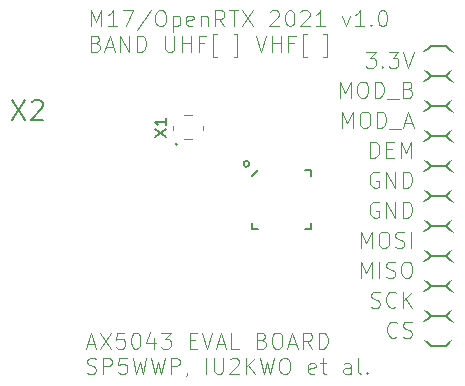
<source format=gto>
G04 #@! TF.GenerationSoftware,KiCad,Pcbnew,5.1.10*
G04 #@! TF.CreationDate,2021-09-13T21:15:03+02:00*
G04 #@! TF.ProjectId,AX5043,41583530-3433-42e6-9b69-6361645f7063,rev?*
G04 #@! TF.SameCoordinates,Original*
G04 #@! TF.FileFunction,Legend,Top*
G04 #@! TF.FilePolarity,Positive*
%FSLAX46Y46*%
G04 Gerber Fmt 4.6, Leading zero omitted, Abs format (unit mm)*
G04 Created by KiCad (PCBNEW 5.1.10) date 2021-09-13 21:15:03*
%MOMM*%
%LPD*%
G01*
G04 APERTURE LIST*
%ADD10C,0.113792*%
%ADD11C,0.152400*%
%ADD12C,0.127000*%
%ADD13C,0.120000*%
%ADD14C,0.142240*%
%ADD15C,0.150000*%
%ADD16C,2.700000*%
%ADD17O,3.251200X1.727200*%
%ADD18R,0.900000X0.800000*%
G04 APERTURE END LIST*
D10*
X157536421Y-109247703D02*
X157536421Y-107896423D01*
X157986848Y-108861623D01*
X158437275Y-107896423D01*
X158437275Y-109247703D01*
X159338128Y-107896423D02*
X159595515Y-107896423D01*
X159724208Y-107960770D01*
X159852901Y-108089463D01*
X159917248Y-108346850D01*
X159917248Y-108797276D01*
X159852901Y-109054663D01*
X159724208Y-109183356D01*
X159595515Y-109247703D01*
X159338128Y-109247703D01*
X159209435Y-109183356D01*
X159080741Y-109054663D01*
X159016395Y-108797276D01*
X159016395Y-108346850D01*
X159080741Y-108089463D01*
X159209435Y-107960770D01*
X159338128Y-107896423D01*
X160432021Y-109183356D02*
X160625061Y-109247703D01*
X160946795Y-109247703D01*
X161075488Y-109183356D01*
X161139835Y-109119010D01*
X161204181Y-108990316D01*
X161204181Y-108861623D01*
X161139835Y-108732930D01*
X161075488Y-108668583D01*
X160946795Y-108604236D01*
X160689408Y-108539890D01*
X160560715Y-108475543D01*
X160496368Y-108411196D01*
X160432021Y-108282503D01*
X160432021Y-108153810D01*
X160496368Y-108025116D01*
X160560715Y-107960770D01*
X160689408Y-107896423D01*
X161011141Y-107896423D01*
X161204181Y-107960770D01*
X161783301Y-109247703D02*
X161783301Y-107896423D01*
X157536421Y-111787703D02*
X157536421Y-110436423D01*
X157986848Y-111401623D01*
X158437275Y-110436423D01*
X158437275Y-111787703D01*
X159080741Y-111787703D02*
X159080741Y-110436423D01*
X159659861Y-111723356D02*
X159852901Y-111787703D01*
X160174635Y-111787703D01*
X160303328Y-111723356D01*
X160367675Y-111659010D01*
X160432021Y-111530316D01*
X160432021Y-111401623D01*
X160367675Y-111272930D01*
X160303328Y-111208583D01*
X160174635Y-111144236D01*
X159917248Y-111079890D01*
X159788555Y-111015543D01*
X159724208Y-110951196D01*
X159659861Y-110822503D01*
X159659861Y-110693810D01*
X159724208Y-110565116D01*
X159788555Y-110500770D01*
X159917248Y-110436423D01*
X160238981Y-110436423D01*
X160432021Y-110500770D01*
X161268528Y-110436423D02*
X161525915Y-110436423D01*
X161654608Y-110500770D01*
X161783301Y-110629463D01*
X161847648Y-110886850D01*
X161847648Y-111337276D01*
X161783301Y-111594663D01*
X161654608Y-111723356D01*
X161525915Y-111787703D01*
X161268528Y-111787703D01*
X161139835Y-111723356D01*
X161011141Y-111594663D01*
X160946795Y-111337276D01*
X160946795Y-110886850D01*
X161011141Y-110629463D01*
X161139835Y-110500770D01*
X161268528Y-110436423D01*
X158372928Y-114263356D02*
X158565968Y-114327703D01*
X158887701Y-114327703D01*
X159016395Y-114263356D01*
X159080741Y-114199010D01*
X159145088Y-114070316D01*
X159145088Y-113941623D01*
X159080741Y-113812930D01*
X159016395Y-113748583D01*
X158887701Y-113684236D01*
X158630315Y-113619890D01*
X158501621Y-113555543D01*
X158437275Y-113491196D01*
X158372928Y-113362503D01*
X158372928Y-113233810D01*
X158437275Y-113105116D01*
X158501621Y-113040770D01*
X158630315Y-112976423D01*
X158952048Y-112976423D01*
X159145088Y-113040770D01*
X160496368Y-114199010D02*
X160432021Y-114263356D01*
X160238981Y-114327703D01*
X160110288Y-114327703D01*
X159917248Y-114263356D01*
X159788555Y-114134663D01*
X159724208Y-114005970D01*
X159659861Y-113748583D01*
X159659861Y-113555543D01*
X159724208Y-113298156D01*
X159788555Y-113169463D01*
X159917248Y-113040770D01*
X160110288Y-112976423D01*
X160238981Y-112976423D01*
X160432021Y-113040770D01*
X160496368Y-113105116D01*
X161075488Y-114327703D02*
X161075488Y-112976423D01*
X161847648Y-114327703D02*
X161268528Y-113555543D01*
X161847648Y-112976423D02*
X161075488Y-113748583D01*
X160560715Y-116739010D02*
X160496368Y-116803356D01*
X160303328Y-116867703D01*
X160174635Y-116867703D01*
X159981595Y-116803356D01*
X159852901Y-116674663D01*
X159788555Y-116545970D01*
X159724208Y-116288583D01*
X159724208Y-116095543D01*
X159788555Y-115838156D01*
X159852901Y-115709463D01*
X159981595Y-115580770D01*
X160174635Y-115516423D01*
X160303328Y-115516423D01*
X160496368Y-115580770D01*
X160560715Y-115645116D01*
X161075488Y-116803356D02*
X161268528Y-116867703D01*
X161590261Y-116867703D01*
X161718955Y-116803356D01*
X161783301Y-116739010D01*
X161847648Y-116610316D01*
X161847648Y-116481623D01*
X161783301Y-116352930D01*
X161718955Y-116288583D01*
X161590261Y-116224236D01*
X161332875Y-116159890D01*
X161204181Y-116095543D01*
X161139835Y-116031196D01*
X161075488Y-115902503D01*
X161075488Y-115773810D01*
X161139835Y-115645116D01*
X161204181Y-115580770D01*
X161332875Y-115516423D01*
X161654608Y-115516423D01*
X161847648Y-115580770D01*
X159016395Y-102880770D02*
X158887701Y-102816423D01*
X158694661Y-102816423D01*
X158501621Y-102880770D01*
X158372928Y-103009463D01*
X158308581Y-103138156D01*
X158244235Y-103395543D01*
X158244235Y-103588583D01*
X158308581Y-103845970D01*
X158372928Y-103974663D01*
X158501621Y-104103356D01*
X158694661Y-104167703D01*
X158823355Y-104167703D01*
X159016395Y-104103356D01*
X159080741Y-104039010D01*
X159080741Y-103588583D01*
X158823355Y-103588583D01*
X159659861Y-104167703D02*
X159659861Y-102816423D01*
X160432021Y-104167703D01*
X160432021Y-102816423D01*
X161075488Y-104167703D02*
X161075488Y-102816423D01*
X161397221Y-102816423D01*
X161590261Y-102880770D01*
X161718955Y-103009463D01*
X161783301Y-103138156D01*
X161847648Y-103395543D01*
X161847648Y-103588583D01*
X161783301Y-103845970D01*
X161718955Y-103974663D01*
X161590261Y-104103356D01*
X161397221Y-104167703D01*
X161075488Y-104167703D01*
X159016395Y-105420770D02*
X158887701Y-105356423D01*
X158694661Y-105356423D01*
X158501621Y-105420770D01*
X158372928Y-105549463D01*
X158308581Y-105678156D01*
X158244235Y-105935543D01*
X158244235Y-106128583D01*
X158308581Y-106385970D01*
X158372928Y-106514663D01*
X158501621Y-106643356D01*
X158694661Y-106707703D01*
X158823355Y-106707703D01*
X159016395Y-106643356D01*
X159080741Y-106579010D01*
X159080741Y-106128583D01*
X158823355Y-106128583D01*
X159659861Y-106707703D02*
X159659861Y-105356423D01*
X160432021Y-106707703D01*
X160432021Y-105356423D01*
X161075488Y-106707703D02*
X161075488Y-105356423D01*
X161397221Y-105356423D01*
X161590261Y-105420770D01*
X161718955Y-105549463D01*
X161783301Y-105678156D01*
X161847648Y-105935543D01*
X161847648Y-106128583D01*
X161783301Y-106385970D01*
X161718955Y-106514663D01*
X161590261Y-106643356D01*
X161397221Y-106707703D01*
X161075488Y-106707703D01*
X158308581Y-101627703D02*
X158308581Y-100276423D01*
X158630315Y-100276423D01*
X158823355Y-100340770D01*
X158952048Y-100469463D01*
X159016395Y-100598156D01*
X159080741Y-100855543D01*
X159080741Y-101048583D01*
X159016395Y-101305970D01*
X158952048Y-101434663D01*
X158823355Y-101563356D01*
X158630315Y-101627703D01*
X158308581Y-101627703D01*
X159659861Y-100919890D02*
X160110288Y-100919890D01*
X160303328Y-101627703D02*
X159659861Y-101627703D01*
X159659861Y-100276423D01*
X160303328Y-100276423D01*
X160882448Y-101627703D02*
X160882448Y-100276423D01*
X161332875Y-101241623D01*
X161783301Y-100276423D01*
X161783301Y-101627703D01*
X155927755Y-99087703D02*
X155927755Y-97736423D01*
X156378181Y-98701623D01*
X156828608Y-97736423D01*
X156828608Y-99087703D01*
X157729461Y-97736423D02*
X157986848Y-97736423D01*
X158115541Y-97800770D01*
X158244235Y-97929463D01*
X158308581Y-98186850D01*
X158308581Y-98637276D01*
X158244235Y-98894663D01*
X158115541Y-99023356D01*
X157986848Y-99087703D01*
X157729461Y-99087703D01*
X157600768Y-99023356D01*
X157472075Y-98894663D01*
X157407728Y-98637276D01*
X157407728Y-98186850D01*
X157472075Y-97929463D01*
X157600768Y-97800770D01*
X157729461Y-97736423D01*
X158887701Y-99087703D02*
X158887701Y-97736423D01*
X159209435Y-97736423D01*
X159402475Y-97800770D01*
X159531168Y-97929463D01*
X159595515Y-98058156D01*
X159659861Y-98315543D01*
X159659861Y-98508583D01*
X159595515Y-98765970D01*
X159531168Y-98894663D01*
X159402475Y-99023356D01*
X159209435Y-99087703D01*
X158887701Y-99087703D01*
X159917248Y-99216396D02*
X160946795Y-99216396D01*
X161204181Y-98701623D02*
X161847648Y-98701623D01*
X161075488Y-99087703D02*
X161525915Y-97736423D01*
X161976341Y-99087703D01*
X155734715Y-96547703D02*
X155734715Y-95196423D01*
X156185141Y-96161623D01*
X156635568Y-95196423D01*
X156635568Y-96547703D01*
X157536421Y-95196423D02*
X157793808Y-95196423D01*
X157922501Y-95260770D01*
X158051195Y-95389463D01*
X158115541Y-95646850D01*
X158115541Y-96097276D01*
X158051195Y-96354663D01*
X157922501Y-96483356D01*
X157793808Y-96547703D01*
X157536421Y-96547703D01*
X157407728Y-96483356D01*
X157279035Y-96354663D01*
X157214688Y-96097276D01*
X157214688Y-95646850D01*
X157279035Y-95389463D01*
X157407728Y-95260770D01*
X157536421Y-95196423D01*
X158694661Y-96547703D02*
X158694661Y-95196423D01*
X159016395Y-95196423D01*
X159209435Y-95260770D01*
X159338128Y-95389463D01*
X159402475Y-95518156D01*
X159466821Y-95775543D01*
X159466821Y-95968583D01*
X159402475Y-96225970D01*
X159338128Y-96354663D01*
X159209435Y-96483356D01*
X159016395Y-96547703D01*
X158694661Y-96547703D01*
X159724208Y-96676396D02*
X160753755Y-96676396D01*
X161525915Y-95839890D02*
X161718955Y-95904236D01*
X161783301Y-95968583D01*
X161847648Y-96097276D01*
X161847648Y-96290316D01*
X161783301Y-96419010D01*
X161718955Y-96483356D01*
X161590261Y-96547703D01*
X161075488Y-96547703D01*
X161075488Y-95196423D01*
X161525915Y-95196423D01*
X161654608Y-95260770D01*
X161718955Y-95325116D01*
X161783301Y-95453810D01*
X161783301Y-95582503D01*
X161718955Y-95711196D01*
X161654608Y-95775543D01*
X161525915Y-95839890D01*
X161075488Y-95839890D01*
X157922501Y-92656423D02*
X158759008Y-92656423D01*
X158308581Y-93171196D01*
X158501621Y-93171196D01*
X158630315Y-93235543D01*
X158694661Y-93299890D01*
X158759008Y-93428583D01*
X158759008Y-93750316D01*
X158694661Y-93879010D01*
X158630315Y-93943356D01*
X158501621Y-94007703D01*
X158115541Y-94007703D01*
X157986848Y-93943356D01*
X157922501Y-93879010D01*
X159338128Y-93879010D02*
X159402475Y-93943356D01*
X159338128Y-94007703D01*
X159273781Y-93943356D01*
X159338128Y-93879010D01*
X159338128Y-94007703D01*
X159852901Y-92656423D02*
X160689408Y-92656423D01*
X160238981Y-93171196D01*
X160432021Y-93171196D01*
X160560715Y-93235543D01*
X160625061Y-93299890D01*
X160689408Y-93428583D01*
X160689408Y-93750316D01*
X160625061Y-93879010D01*
X160560715Y-93943356D01*
X160432021Y-94007703D01*
X160045941Y-94007703D01*
X159917248Y-93943356D01*
X159852901Y-93879010D01*
X161075488Y-92656423D02*
X161525915Y-94007703D01*
X161976341Y-92656423D01*
X134331351Y-117408861D02*
X134974818Y-117408861D01*
X134202658Y-117794941D02*
X134653084Y-116443661D01*
X135103511Y-117794941D01*
X135425244Y-116443661D02*
X136326098Y-117794941D01*
X136326098Y-116443661D02*
X135425244Y-117794941D01*
X137484338Y-116443661D02*
X136840871Y-116443661D01*
X136776524Y-117087128D01*
X136840871Y-117022781D01*
X136969564Y-116958434D01*
X137291298Y-116958434D01*
X137419991Y-117022781D01*
X137484338Y-117087128D01*
X137548684Y-117215821D01*
X137548684Y-117537554D01*
X137484338Y-117666248D01*
X137419991Y-117730594D01*
X137291298Y-117794941D01*
X136969564Y-117794941D01*
X136840871Y-117730594D01*
X136776524Y-117666248D01*
X138385191Y-116443661D02*
X138513884Y-116443661D01*
X138642578Y-116508008D01*
X138706924Y-116572354D01*
X138771271Y-116701048D01*
X138835618Y-116958434D01*
X138835618Y-117280168D01*
X138771271Y-117537554D01*
X138706924Y-117666248D01*
X138642578Y-117730594D01*
X138513884Y-117794941D01*
X138385191Y-117794941D01*
X138256498Y-117730594D01*
X138192151Y-117666248D01*
X138127804Y-117537554D01*
X138063458Y-117280168D01*
X138063458Y-116958434D01*
X138127804Y-116701048D01*
X138192151Y-116572354D01*
X138256498Y-116508008D01*
X138385191Y-116443661D01*
X139993858Y-116894088D02*
X139993858Y-117794941D01*
X139672124Y-116379314D02*
X139350391Y-117344514D01*
X140186898Y-117344514D01*
X140572978Y-116443661D02*
X141409484Y-116443661D01*
X140959058Y-116958434D01*
X141152098Y-116958434D01*
X141280791Y-117022781D01*
X141345138Y-117087128D01*
X141409484Y-117215821D01*
X141409484Y-117537554D01*
X141345138Y-117666248D01*
X141280791Y-117730594D01*
X141152098Y-117794941D01*
X140766018Y-117794941D01*
X140637324Y-117730594D01*
X140572978Y-117666248D01*
X143018151Y-117087128D02*
X143468578Y-117087128D01*
X143661618Y-117794941D02*
X143018151Y-117794941D01*
X143018151Y-116443661D01*
X143661618Y-116443661D01*
X144047698Y-116443661D02*
X144498124Y-117794941D01*
X144948551Y-116443661D01*
X145334631Y-117408861D02*
X145978098Y-117408861D01*
X145205938Y-117794941D02*
X145656364Y-116443661D01*
X146106791Y-117794941D01*
X147200684Y-117794941D02*
X146557218Y-117794941D01*
X146557218Y-116443661D01*
X149131084Y-117087128D02*
X149324124Y-117151474D01*
X149388471Y-117215821D01*
X149452818Y-117344514D01*
X149452818Y-117537554D01*
X149388471Y-117666248D01*
X149324124Y-117730594D01*
X149195431Y-117794941D01*
X148680658Y-117794941D01*
X148680658Y-116443661D01*
X149131084Y-116443661D01*
X149259778Y-116508008D01*
X149324124Y-116572354D01*
X149388471Y-116701048D01*
X149388471Y-116829741D01*
X149324124Y-116958434D01*
X149259778Y-117022781D01*
X149131084Y-117087128D01*
X148680658Y-117087128D01*
X150289324Y-116443661D02*
X150546711Y-116443661D01*
X150675404Y-116508008D01*
X150804098Y-116636701D01*
X150868444Y-116894088D01*
X150868444Y-117344514D01*
X150804098Y-117601901D01*
X150675404Y-117730594D01*
X150546711Y-117794941D01*
X150289324Y-117794941D01*
X150160631Y-117730594D01*
X150031938Y-117601901D01*
X149967591Y-117344514D01*
X149967591Y-116894088D01*
X150031938Y-116636701D01*
X150160631Y-116508008D01*
X150289324Y-116443661D01*
X151383218Y-117408861D02*
X152026684Y-117408861D01*
X151254524Y-117794941D02*
X151704951Y-116443661D01*
X152155378Y-117794941D01*
X153377964Y-117794941D02*
X152927538Y-117151474D01*
X152605804Y-117794941D02*
X152605804Y-116443661D01*
X153120578Y-116443661D01*
X153249271Y-116508008D01*
X153313618Y-116572354D01*
X153377964Y-116701048D01*
X153377964Y-116894088D01*
X153313618Y-117022781D01*
X153249271Y-117087128D01*
X153120578Y-117151474D01*
X152605804Y-117151474D01*
X153957084Y-117794941D02*
X153957084Y-116443661D01*
X154278818Y-116443661D01*
X154471858Y-116508008D01*
X154600551Y-116636701D01*
X154664898Y-116765394D01*
X154729244Y-117022781D01*
X154729244Y-117215821D01*
X154664898Y-117473208D01*
X154600551Y-117601901D01*
X154471858Y-117730594D01*
X154278818Y-117794941D01*
X153957084Y-117794941D01*
X134331351Y-119871306D02*
X134524391Y-119935653D01*
X134846124Y-119935653D01*
X134974818Y-119871306D01*
X135039164Y-119806960D01*
X135103511Y-119678266D01*
X135103511Y-119549573D01*
X135039164Y-119420880D01*
X134974818Y-119356533D01*
X134846124Y-119292186D01*
X134588738Y-119227840D01*
X134460044Y-119163493D01*
X134395698Y-119099146D01*
X134331351Y-118970453D01*
X134331351Y-118841760D01*
X134395698Y-118713066D01*
X134460044Y-118648720D01*
X134588738Y-118584373D01*
X134910471Y-118584373D01*
X135103511Y-118648720D01*
X135682631Y-119935653D02*
X135682631Y-118584373D01*
X136197404Y-118584373D01*
X136326098Y-118648720D01*
X136390444Y-118713066D01*
X136454791Y-118841760D01*
X136454791Y-119034800D01*
X136390444Y-119163493D01*
X136326098Y-119227840D01*
X136197404Y-119292186D01*
X135682631Y-119292186D01*
X137677378Y-118584373D02*
X137033911Y-118584373D01*
X136969564Y-119227840D01*
X137033911Y-119163493D01*
X137162604Y-119099146D01*
X137484338Y-119099146D01*
X137613031Y-119163493D01*
X137677378Y-119227840D01*
X137741724Y-119356533D01*
X137741724Y-119678266D01*
X137677378Y-119806960D01*
X137613031Y-119871306D01*
X137484338Y-119935653D01*
X137162604Y-119935653D01*
X137033911Y-119871306D01*
X136969564Y-119806960D01*
X138192151Y-118584373D02*
X138513884Y-119935653D01*
X138771271Y-118970453D01*
X139028658Y-119935653D01*
X139350391Y-118584373D01*
X139736471Y-118584373D02*
X140058204Y-119935653D01*
X140315591Y-118970453D01*
X140572978Y-119935653D01*
X140894711Y-118584373D01*
X141409484Y-119935653D02*
X141409484Y-118584373D01*
X141924258Y-118584373D01*
X142052951Y-118648720D01*
X142117298Y-118713066D01*
X142181644Y-118841760D01*
X142181644Y-119034800D01*
X142117298Y-119163493D01*
X142052951Y-119227840D01*
X141924258Y-119292186D01*
X141409484Y-119292186D01*
X142825111Y-119871306D02*
X142825111Y-119935653D01*
X142760764Y-120064346D01*
X142696418Y-120128693D01*
X144433778Y-119935653D02*
X144433778Y-118584373D01*
X145077244Y-118584373D02*
X145077244Y-119678266D01*
X145141591Y-119806960D01*
X145205938Y-119871306D01*
X145334631Y-119935653D01*
X145592018Y-119935653D01*
X145720711Y-119871306D01*
X145785058Y-119806960D01*
X145849404Y-119678266D01*
X145849404Y-118584373D01*
X146428524Y-118713066D02*
X146492871Y-118648720D01*
X146621564Y-118584373D01*
X146943298Y-118584373D01*
X147071991Y-118648720D01*
X147136338Y-118713066D01*
X147200684Y-118841760D01*
X147200684Y-118970453D01*
X147136338Y-119163493D01*
X146364178Y-119935653D01*
X147200684Y-119935653D01*
X147779804Y-119935653D02*
X147779804Y-118584373D01*
X148551964Y-119935653D02*
X147972844Y-119163493D01*
X148551964Y-118584373D02*
X147779804Y-119356533D01*
X149002391Y-118584373D02*
X149324124Y-119935653D01*
X149581511Y-118970453D01*
X149838898Y-119935653D01*
X150160631Y-118584373D01*
X150932791Y-118584373D02*
X151190178Y-118584373D01*
X151318871Y-118648720D01*
X151447564Y-118777413D01*
X151511911Y-119034800D01*
X151511911Y-119485226D01*
X151447564Y-119742613D01*
X151318871Y-119871306D01*
X151190178Y-119935653D01*
X150932791Y-119935653D01*
X150804098Y-119871306D01*
X150675404Y-119742613D01*
X150611058Y-119485226D01*
X150611058Y-119034800D01*
X150675404Y-118777413D01*
X150804098Y-118648720D01*
X150932791Y-118584373D01*
X153635351Y-119871306D02*
X153506658Y-119935653D01*
X153249271Y-119935653D01*
X153120578Y-119871306D01*
X153056231Y-119742613D01*
X153056231Y-119227840D01*
X153120578Y-119099146D01*
X153249271Y-119034800D01*
X153506658Y-119034800D01*
X153635351Y-119099146D01*
X153699698Y-119227840D01*
X153699698Y-119356533D01*
X153056231Y-119485226D01*
X154085778Y-119034800D02*
X154600551Y-119034800D01*
X154278818Y-118584373D02*
X154278818Y-119742613D01*
X154343164Y-119871306D01*
X154471858Y-119935653D01*
X154600551Y-119935653D01*
X156659644Y-119935653D02*
X156659644Y-119227840D01*
X156595298Y-119099146D01*
X156466604Y-119034800D01*
X156209218Y-119034800D01*
X156080524Y-119099146D01*
X156659644Y-119871306D02*
X156530951Y-119935653D01*
X156209218Y-119935653D01*
X156080524Y-119871306D01*
X156016178Y-119742613D01*
X156016178Y-119613920D01*
X156080524Y-119485226D01*
X156209218Y-119420880D01*
X156530951Y-119420880D01*
X156659644Y-119356533D01*
X157496151Y-119935653D02*
X157367458Y-119871306D01*
X157303111Y-119742613D01*
X157303111Y-118584373D01*
X158010924Y-119806960D02*
X158075271Y-119871306D01*
X158010924Y-119935653D01*
X157946578Y-119871306D01*
X158010924Y-119806960D01*
X158010924Y-119935653D01*
X134635698Y-90506933D02*
X134635698Y-89155653D01*
X135086124Y-90120853D01*
X135536551Y-89155653D01*
X135536551Y-90506933D01*
X136887831Y-90506933D02*
X136115671Y-90506933D01*
X136501751Y-90506933D02*
X136501751Y-89155653D01*
X136373058Y-89348693D01*
X136244364Y-89477386D01*
X136115671Y-89541733D01*
X137338258Y-89155653D02*
X138239111Y-89155653D01*
X137659991Y-90506933D01*
X139719084Y-89091306D02*
X138560844Y-90828666D01*
X140426898Y-89155653D02*
X140684284Y-89155653D01*
X140812978Y-89220000D01*
X140941671Y-89348693D01*
X141006018Y-89606080D01*
X141006018Y-90056506D01*
X140941671Y-90313893D01*
X140812978Y-90442586D01*
X140684284Y-90506933D01*
X140426898Y-90506933D01*
X140298204Y-90442586D01*
X140169511Y-90313893D01*
X140105164Y-90056506D01*
X140105164Y-89606080D01*
X140169511Y-89348693D01*
X140298204Y-89220000D01*
X140426898Y-89155653D01*
X141585138Y-89606080D02*
X141585138Y-90957360D01*
X141585138Y-89670426D02*
X141713831Y-89606080D01*
X141971218Y-89606080D01*
X142099911Y-89670426D01*
X142164258Y-89734773D01*
X142228604Y-89863466D01*
X142228604Y-90249546D01*
X142164258Y-90378240D01*
X142099911Y-90442586D01*
X141971218Y-90506933D01*
X141713831Y-90506933D01*
X141585138Y-90442586D01*
X143322498Y-90442586D02*
X143193804Y-90506933D01*
X142936418Y-90506933D01*
X142807724Y-90442586D01*
X142743378Y-90313893D01*
X142743378Y-89799120D01*
X142807724Y-89670426D01*
X142936418Y-89606080D01*
X143193804Y-89606080D01*
X143322498Y-89670426D01*
X143386844Y-89799120D01*
X143386844Y-89927813D01*
X142743378Y-90056506D01*
X143965964Y-89606080D02*
X143965964Y-90506933D01*
X143965964Y-89734773D02*
X144030311Y-89670426D01*
X144159004Y-89606080D01*
X144352044Y-89606080D01*
X144480738Y-89670426D01*
X144545084Y-89799120D01*
X144545084Y-90506933D01*
X145960711Y-90506933D02*
X145510284Y-89863466D01*
X145188551Y-90506933D02*
X145188551Y-89155653D01*
X145703324Y-89155653D01*
X145832018Y-89220000D01*
X145896364Y-89284346D01*
X145960711Y-89413040D01*
X145960711Y-89606080D01*
X145896364Y-89734773D01*
X145832018Y-89799120D01*
X145703324Y-89863466D01*
X145188551Y-89863466D01*
X146346791Y-89155653D02*
X147118951Y-89155653D01*
X146732871Y-90506933D02*
X146732871Y-89155653D01*
X147440684Y-89155653D02*
X148341538Y-90506933D01*
X148341538Y-89155653D02*
X147440684Y-90506933D01*
X149821511Y-89284346D02*
X149885858Y-89220000D01*
X150014551Y-89155653D01*
X150336284Y-89155653D01*
X150464978Y-89220000D01*
X150529324Y-89284346D01*
X150593671Y-89413040D01*
X150593671Y-89541733D01*
X150529324Y-89734773D01*
X149757164Y-90506933D01*
X150593671Y-90506933D01*
X151430178Y-89155653D02*
X151558871Y-89155653D01*
X151687564Y-89220000D01*
X151751911Y-89284346D01*
X151816258Y-89413040D01*
X151880604Y-89670426D01*
X151880604Y-89992160D01*
X151816258Y-90249546D01*
X151751911Y-90378240D01*
X151687564Y-90442586D01*
X151558871Y-90506933D01*
X151430178Y-90506933D01*
X151301484Y-90442586D01*
X151237138Y-90378240D01*
X151172791Y-90249546D01*
X151108444Y-89992160D01*
X151108444Y-89670426D01*
X151172791Y-89413040D01*
X151237138Y-89284346D01*
X151301484Y-89220000D01*
X151430178Y-89155653D01*
X152395378Y-89284346D02*
X152459724Y-89220000D01*
X152588418Y-89155653D01*
X152910151Y-89155653D01*
X153038844Y-89220000D01*
X153103191Y-89284346D01*
X153167538Y-89413040D01*
X153167538Y-89541733D01*
X153103191Y-89734773D01*
X152331031Y-90506933D01*
X153167538Y-90506933D01*
X154454471Y-90506933D02*
X153682311Y-90506933D01*
X154068391Y-90506933D02*
X154068391Y-89155653D01*
X153939698Y-89348693D01*
X153811004Y-89477386D01*
X153682311Y-89541733D01*
X155934444Y-89606080D02*
X156256178Y-90506933D01*
X156577911Y-89606080D01*
X157800498Y-90506933D02*
X157028338Y-90506933D01*
X157414418Y-90506933D02*
X157414418Y-89155653D01*
X157285724Y-89348693D01*
X157157031Y-89477386D01*
X157028338Y-89541733D01*
X158379618Y-90378240D02*
X158443964Y-90442586D01*
X158379618Y-90506933D01*
X158315271Y-90442586D01*
X158379618Y-90378240D01*
X158379618Y-90506933D01*
X159280471Y-89155653D02*
X159409164Y-89155653D01*
X159537858Y-89220000D01*
X159602204Y-89284346D01*
X159666551Y-89413040D01*
X159730898Y-89670426D01*
X159730898Y-89992160D01*
X159666551Y-90249546D01*
X159602204Y-90378240D01*
X159537858Y-90442586D01*
X159409164Y-90506933D01*
X159280471Y-90506933D01*
X159151778Y-90442586D01*
X159087431Y-90378240D01*
X159023084Y-90249546D01*
X158958738Y-89992160D01*
X158958738Y-89670426D01*
X159023084Y-89413040D01*
X159087431Y-89284346D01*
X159151778Y-89220000D01*
X159280471Y-89155653D01*
X135086124Y-91939832D02*
X135279164Y-92004178D01*
X135343511Y-92068525D01*
X135407858Y-92197218D01*
X135407858Y-92390258D01*
X135343511Y-92518952D01*
X135279164Y-92583298D01*
X135150471Y-92647645D01*
X134635698Y-92647645D01*
X134635698Y-91296365D01*
X135086124Y-91296365D01*
X135214818Y-91360712D01*
X135279164Y-91425058D01*
X135343511Y-91553752D01*
X135343511Y-91682445D01*
X135279164Y-91811138D01*
X135214818Y-91875485D01*
X135086124Y-91939832D01*
X134635698Y-91939832D01*
X135922631Y-92261565D02*
X136566098Y-92261565D01*
X135793938Y-92647645D02*
X136244364Y-91296365D01*
X136694791Y-92647645D01*
X137145218Y-92647645D02*
X137145218Y-91296365D01*
X137917378Y-92647645D01*
X137917378Y-91296365D01*
X138560844Y-92647645D02*
X138560844Y-91296365D01*
X138882578Y-91296365D01*
X139075618Y-91360712D01*
X139204311Y-91489405D01*
X139268658Y-91618098D01*
X139333004Y-91875485D01*
X139333004Y-92068525D01*
X139268658Y-92325912D01*
X139204311Y-92454605D01*
X139075618Y-92583298D01*
X138882578Y-92647645D01*
X138560844Y-92647645D01*
X140941671Y-91296365D02*
X140941671Y-92390258D01*
X141006018Y-92518952D01*
X141070364Y-92583298D01*
X141199058Y-92647645D01*
X141456444Y-92647645D01*
X141585138Y-92583298D01*
X141649484Y-92518952D01*
X141713831Y-92390258D01*
X141713831Y-91296365D01*
X142357298Y-92647645D02*
X142357298Y-91296365D01*
X142357298Y-91939832D02*
X143129458Y-91939832D01*
X143129458Y-92647645D02*
X143129458Y-91296365D01*
X144223351Y-91939832D02*
X143772924Y-91939832D01*
X143772924Y-92647645D02*
X143772924Y-91296365D01*
X144416391Y-91296365D01*
X145317244Y-93098072D02*
X144995511Y-93098072D01*
X144995511Y-91167672D01*
X145317244Y-91167672D01*
X146732871Y-93098072D02*
X147054604Y-93098072D01*
X147054604Y-91167672D01*
X146732871Y-91167672D01*
X148598924Y-91296365D02*
X149049351Y-92647645D01*
X149499778Y-91296365D01*
X149950204Y-92647645D02*
X149950204Y-91296365D01*
X149950204Y-91939832D02*
X150722364Y-91939832D01*
X150722364Y-92647645D02*
X150722364Y-91296365D01*
X151816258Y-91939832D02*
X151365831Y-91939832D01*
X151365831Y-92647645D02*
X151365831Y-91296365D01*
X152009298Y-91296365D01*
X152910151Y-93098072D02*
X152588418Y-93098072D01*
X152588418Y-91167672D01*
X152910151Y-91167672D01*
X154325778Y-93098072D02*
X154647511Y-93098072D01*
X154647511Y-91167672D01*
X154325778Y-91167672D01*
D11*
X162814000Y-116903500D02*
X162814000Y-115633500D01*
X163449000Y-114998500D02*
X162814000Y-115633500D01*
X165354000Y-115633500D02*
X164719000Y-114998500D01*
X163449000Y-117538500D02*
X162814000Y-116903500D01*
X164719000Y-117538500D02*
X163449000Y-117538500D01*
X165354000Y-116903500D02*
X164719000Y-117538500D01*
X165354000Y-115633500D02*
X165354000Y-116903500D01*
X162814000Y-94043500D02*
X162814000Y-92773500D01*
X163449000Y-92138500D02*
X162814000Y-92773500D01*
X165354000Y-92773500D02*
X164719000Y-92138500D01*
X164719000Y-92138500D02*
X163449000Y-92138500D01*
X162814000Y-95313500D02*
X163449000Y-94678500D01*
X162814000Y-96583500D02*
X162814000Y-95313500D01*
X163449000Y-97218500D02*
X162814000Y-96583500D01*
X164719000Y-97218500D02*
X163449000Y-97218500D01*
X165354000Y-96583500D02*
X164719000Y-97218500D01*
X165354000Y-95313500D02*
X165354000Y-96583500D01*
X164719000Y-94678500D02*
X165354000Y-95313500D01*
X163449000Y-94678500D02*
X162814000Y-94043500D01*
X164719000Y-94678500D02*
X163449000Y-94678500D01*
X165354000Y-94043500D02*
X164719000Y-94678500D01*
X165354000Y-92773500D02*
X165354000Y-94043500D01*
X162814000Y-101663500D02*
X162814000Y-100393500D01*
X163449000Y-99758500D02*
X162814000Y-100393500D01*
X165354000Y-100393500D02*
X164719000Y-99758500D01*
X162814000Y-97853500D02*
X163449000Y-97218500D01*
X162814000Y-99123500D02*
X162814000Y-97853500D01*
X163449000Y-99758500D02*
X162814000Y-99123500D01*
X164719000Y-99758500D02*
X163449000Y-99758500D01*
X165354000Y-99123500D02*
X164719000Y-99758500D01*
X165354000Y-97853500D02*
X165354000Y-99123500D01*
X164719000Y-97218500D02*
X165354000Y-97853500D01*
X162814000Y-102933500D02*
X163449000Y-102298500D01*
X162814000Y-104203500D02*
X162814000Y-102933500D01*
X163449000Y-104838500D02*
X162814000Y-104203500D01*
X164719000Y-104838500D02*
X163449000Y-104838500D01*
X165354000Y-104203500D02*
X164719000Y-104838500D01*
X165354000Y-102933500D02*
X165354000Y-104203500D01*
X164719000Y-102298500D02*
X165354000Y-102933500D01*
X163449000Y-102298500D02*
X162814000Y-101663500D01*
X164719000Y-102298500D02*
X163449000Y-102298500D01*
X165354000Y-101663500D02*
X164719000Y-102298500D01*
X165354000Y-100393500D02*
X165354000Y-101663500D01*
X162814000Y-109283500D02*
X162814000Y-108013500D01*
X163449000Y-107378500D02*
X162814000Y-108013500D01*
X165354000Y-108013500D02*
X164719000Y-107378500D01*
X162814000Y-105473500D02*
X163449000Y-104838500D01*
X162814000Y-106743500D02*
X162814000Y-105473500D01*
X163449000Y-107378500D02*
X162814000Y-106743500D01*
X164719000Y-107378500D02*
X163449000Y-107378500D01*
X165354000Y-106743500D02*
X164719000Y-107378500D01*
X165354000Y-105473500D02*
X165354000Y-106743500D01*
X164719000Y-104838500D02*
X165354000Y-105473500D01*
X162814000Y-110553500D02*
X163449000Y-109918500D01*
X162814000Y-111823500D02*
X162814000Y-110553500D01*
X163449000Y-112458500D02*
X162814000Y-111823500D01*
X164719000Y-112458500D02*
X163449000Y-112458500D01*
X165354000Y-111823500D02*
X164719000Y-112458500D01*
X165354000Y-110553500D02*
X165354000Y-111823500D01*
X164719000Y-109918500D02*
X165354000Y-110553500D01*
X163449000Y-109918500D02*
X162814000Y-109283500D01*
X164719000Y-109918500D02*
X163449000Y-109918500D01*
X165354000Y-109283500D02*
X164719000Y-109918500D01*
X165354000Y-108013500D02*
X165354000Y-109283500D01*
X162814000Y-113093500D02*
X163449000Y-112458500D01*
X162814000Y-114363500D02*
X162814000Y-113093500D01*
X163449000Y-114998500D02*
X162814000Y-114363500D01*
X164719000Y-114998500D02*
X163449000Y-114998500D01*
X165354000Y-114363500D02*
X164719000Y-114998500D01*
X165354000Y-113093500D02*
X165354000Y-114363500D01*
X164719000Y-112458500D02*
X165354000Y-113093500D01*
D12*
X148063600Y-102166100D02*
G75*
G03*
X148063600Y-102166100I-250000J0D01*
G01*
X148313600Y-103176100D02*
X148813600Y-102676100D01*
X153313600Y-102676100D02*
X153313600Y-103176100D01*
X152813600Y-102676100D02*
X153313600Y-102676100D01*
X153313600Y-107676100D02*
X153313600Y-107176100D01*
X152813600Y-107676100D02*
X153313600Y-107676100D01*
X148313600Y-107676100D02*
X148813600Y-107676100D01*
X148313600Y-107176100D02*
X148313600Y-107676100D01*
D13*
X141998606Y-100510000D02*
G75*
G03*
X141998606Y-100510000I-111803J0D01*
G01*
X141936803Y-100510000D02*
G75*
G03*
X141936803Y-100510000I-50000J0D01*
G01*
X143225000Y-100060000D02*
X142575000Y-100060000D01*
X143225000Y-98060000D02*
X142575000Y-98060000D01*
X141625000Y-99260000D02*
X141625000Y-98910000D01*
X144125000Y-99260000D02*
X144125000Y-98910000D01*
D14*
X127968756Y-96718966D02*
X129094822Y-98408066D01*
X129094822Y-96718966D02*
X127968756Y-98408066D01*
X129657856Y-96879833D02*
X129738289Y-96799400D01*
X129899156Y-96718966D01*
X130301322Y-96718966D01*
X130462189Y-96799400D01*
X130542622Y-96879833D01*
X130623056Y-97040700D01*
X130623056Y-97201566D01*
X130542622Y-97442866D01*
X129577422Y-98408066D01*
X130623056Y-98408066D01*
D15*
X140041380Y-99869523D02*
X141041380Y-99202857D01*
X140041380Y-99202857D02*
X141041380Y-99869523D01*
X141041380Y-98298095D02*
X141041380Y-98869523D01*
X141041380Y-98583809D02*
X140041380Y-98583809D01*
X140184238Y-98679047D01*
X140279476Y-98774285D01*
X140327095Y-98869523D01*
%LPC*%
D16*
X169000000Y-119000000D03*
X169000000Y-91000000D03*
X130000000Y-119000000D03*
X130000000Y-91000000D03*
G36*
G01*
X145868599Y-99342000D02*
X146868601Y-99342000D01*
G75*
G02*
X146970200Y-99443599I0J-101599D01*
G01*
X146970200Y-100543601D01*
G75*
G02*
X146868601Y-100645200I-101599J0D01*
G01*
X145868599Y-100645200D01*
G75*
G02*
X145767000Y-100543601I0J101599D01*
G01*
X145767000Y-99443599D01*
G75*
G02*
X145868599Y-99342000I101599J0D01*
G01*
G37*
G36*
G01*
X145868599Y-97642000D02*
X146868601Y-97642000D01*
G75*
G02*
X146970200Y-97743599I0J-101599D01*
G01*
X146970200Y-98843601D01*
G75*
G02*
X146868601Y-98945200I-101599J0D01*
G01*
X145868599Y-98945200D01*
G75*
G02*
X145767000Y-98843601I0J101599D01*
G01*
X145767000Y-97743599D01*
G75*
G02*
X145868599Y-97642000I101599J0D01*
G01*
G37*
G36*
G01*
X149091101Y-98945200D02*
X148091099Y-98945200D01*
G75*
G02*
X147989500Y-98843601I0J101599D01*
G01*
X147989500Y-97743599D01*
G75*
G02*
X148091099Y-97642000I101599J0D01*
G01*
X149091101Y-97642000D01*
G75*
G02*
X149192700Y-97743599I0J-101599D01*
G01*
X149192700Y-98843601D01*
G75*
G02*
X149091101Y-98945200I-101599J0D01*
G01*
G37*
G36*
G01*
X149091101Y-100645200D02*
X148091099Y-100645200D01*
G75*
G02*
X147989500Y-100543601I0J101599D01*
G01*
X147989500Y-99443599D01*
G75*
G02*
X148091099Y-99342000I101599J0D01*
G01*
X149091101Y-99342000D01*
G75*
G02*
X149192700Y-99443599I0J-101599D01*
G01*
X149192700Y-100543601D01*
G75*
G02*
X149091101Y-100645200I-101599J0D01*
G01*
G37*
G36*
G01*
X146868601Y-102437700D02*
X145868599Y-102437700D01*
G75*
G02*
X145767000Y-102336101I0J101599D01*
G01*
X145767000Y-101236099D01*
G75*
G02*
X145868599Y-101134500I101599J0D01*
G01*
X146868601Y-101134500D01*
G75*
G02*
X146970200Y-101236099I0J-101599D01*
G01*
X146970200Y-102336101D01*
G75*
G02*
X146868601Y-102437700I-101599J0D01*
G01*
G37*
G36*
G01*
X146868601Y-104137700D02*
X145868599Y-104137700D01*
G75*
G02*
X145767000Y-104036101I0J101599D01*
G01*
X145767000Y-102936099D01*
G75*
G02*
X145868599Y-102834500I101599J0D01*
G01*
X146868601Y-102834500D01*
G75*
G02*
X146970200Y-102936099I0J-101599D01*
G01*
X146970200Y-104036101D01*
G75*
G02*
X146868601Y-104137700I-101599J0D01*
G01*
G37*
G36*
G01*
X145868599Y-107279500D02*
X146868601Y-107279500D01*
G75*
G02*
X146970200Y-107381099I0J-101599D01*
G01*
X146970200Y-108481101D01*
G75*
G02*
X146868601Y-108582700I-101599J0D01*
G01*
X145868599Y-108582700D01*
G75*
G02*
X145767000Y-108481101I0J101599D01*
G01*
X145767000Y-107381099D01*
G75*
G02*
X145868599Y-107279500I101599J0D01*
G01*
G37*
G36*
G01*
X145868599Y-105579500D02*
X146868601Y-105579500D01*
G75*
G02*
X146970200Y-105681099I0J-101599D01*
G01*
X146970200Y-106781101D01*
G75*
G02*
X146868601Y-106882700I-101599J0D01*
G01*
X145868599Y-106882700D01*
G75*
G02*
X145767000Y-106781101I0J101599D01*
G01*
X145767000Y-105681099D01*
G75*
G02*
X145868599Y-105579500I101599J0D01*
G01*
G37*
G36*
G01*
X141090200Y-102771099D02*
X141090200Y-103771101D01*
G75*
G02*
X140988601Y-103872700I-101599J0D01*
G01*
X139888599Y-103872700D01*
G75*
G02*
X139787000Y-103771101I0J101599D01*
G01*
X139787000Y-102771099D01*
G75*
G02*
X139888599Y-102669500I101599J0D01*
G01*
X140988601Y-102669500D01*
G75*
G02*
X141090200Y-102771099I0J-101599D01*
G01*
G37*
G36*
G01*
X142790200Y-102771099D02*
X142790200Y-103771101D01*
G75*
G02*
X142688601Y-103872700I-101599J0D01*
G01*
X141588599Y-103872700D01*
G75*
G02*
X141487000Y-103771101I0J101599D01*
G01*
X141487000Y-102771099D01*
G75*
G02*
X141588599Y-102669500I101599J0D01*
G01*
X142688601Y-102669500D01*
G75*
G02*
X142790200Y-102771099I0J-101599D01*
G01*
G37*
G36*
G01*
X141090200Y-105946099D02*
X141090200Y-106946101D01*
G75*
G02*
X140988601Y-107047700I-101599J0D01*
G01*
X139888599Y-107047700D01*
G75*
G02*
X139787000Y-106946101I0J101599D01*
G01*
X139787000Y-105946099D01*
G75*
G02*
X139888599Y-105844500I101599J0D01*
G01*
X140988601Y-105844500D01*
G75*
G02*
X141090200Y-105946099I0J-101599D01*
G01*
G37*
G36*
G01*
X142790200Y-105946099D02*
X142790200Y-106946101D01*
G75*
G02*
X142688601Y-107047700I-101599J0D01*
G01*
X141588599Y-107047700D01*
G75*
G02*
X141487000Y-106946101I0J101599D01*
G01*
X141487000Y-105946099D01*
G75*
G02*
X141588599Y-105844500I101599J0D01*
G01*
X142688601Y-105844500D01*
G75*
G02*
X142790200Y-105946099I0J-101599D01*
G01*
G37*
G36*
G01*
X137915200Y-100231099D02*
X137915200Y-101231101D01*
G75*
G02*
X137813601Y-101332700I-101599J0D01*
G01*
X136713599Y-101332700D01*
G75*
G02*
X136612000Y-101231101I0J101599D01*
G01*
X136612000Y-100231099D01*
G75*
G02*
X136713599Y-100129500I101599J0D01*
G01*
X137813601Y-100129500D01*
G75*
G02*
X137915200Y-100231099I0J-101599D01*
G01*
G37*
G36*
G01*
X139615200Y-100231099D02*
X139615200Y-101231101D01*
G75*
G02*
X139513601Y-101332700I-101599J0D01*
G01*
X138413599Y-101332700D01*
G75*
G02*
X138312000Y-101231101I0J101599D01*
G01*
X138312000Y-100231099D01*
G75*
G02*
X138413599Y-100129500I101599J0D01*
G01*
X139513601Y-100129500D01*
G75*
G02*
X139615200Y-100231099I0J-101599D01*
G01*
G37*
G36*
G01*
X138312000Y-109486101D02*
X138312000Y-108486099D01*
G75*
G02*
X138413599Y-108384500I101599J0D01*
G01*
X139513601Y-108384500D01*
G75*
G02*
X139615200Y-108486099I0J-101599D01*
G01*
X139615200Y-109486101D01*
G75*
G02*
X139513601Y-109587700I-101599J0D01*
G01*
X138413599Y-109587700D01*
G75*
G02*
X138312000Y-109486101I0J101599D01*
G01*
G37*
G36*
G01*
X136612000Y-109486101D02*
X136612000Y-108486099D01*
G75*
G02*
X136713599Y-108384500I101599J0D01*
G01*
X137813601Y-108384500D01*
G75*
G02*
X137915200Y-108486099I0J-101599D01*
G01*
X137915200Y-109486101D01*
G75*
G02*
X137813601Y-109587700I-101599J0D01*
G01*
X136713599Y-109587700D01*
G75*
G02*
X136612000Y-109486101I0J101599D01*
G01*
G37*
G36*
G01*
X135137000Y-106946101D02*
X135137000Y-105946099D01*
G75*
G02*
X135238599Y-105844500I101599J0D01*
G01*
X136338601Y-105844500D01*
G75*
G02*
X136440200Y-105946099I0J-101599D01*
G01*
X136440200Y-106946101D01*
G75*
G02*
X136338601Y-107047700I-101599J0D01*
G01*
X135238599Y-107047700D01*
G75*
G02*
X135137000Y-106946101I0J101599D01*
G01*
G37*
G36*
G01*
X133437000Y-106946101D02*
X133437000Y-105946099D01*
G75*
G02*
X133538599Y-105844500I101599J0D01*
G01*
X134638601Y-105844500D01*
G75*
G02*
X134740200Y-105946099I0J-101599D01*
G01*
X134740200Y-106946101D01*
G75*
G02*
X134638601Y-107047700I-101599J0D01*
G01*
X133538599Y-107047700D01*
G75*
G02*
X133437000Y-106946101I0J101599D01*
G01*
G37*
G36*
G01*
X138312000Y-99008601D02*
X138312000Y-98008599D01*
G75*
G02*
X138413599Y-97907000I101599J0D01*
G01*
X139513601Y-97907000D01*
G75*
G02*
X139615200Y-98008599I0J-101599D01*
G01*
X139615200Y-99008601D01*
G75*
G02*
X139513601Y-99110200I-101599J0D01*
G01*
X138413599Y-99110200D01*
G75*
G02*
X138312000Y-99008601I0J101599D01*
G01*
G37*
G36*
G01*
X136612000Y-99008601D02*
X136612000Y-98008599D01*
G75*
G02*
X136713599Y-97907000I101599J0D01*
G01*
X137813601Y-97907000D01*
G75*
G02*
X137915200Y-98008599I0J-101599D01*
G01*
X137915200Y-99008601D01*
G75*
G02*
X137813601Y-99110200I-101599J0D01*
G01*
X136713599Y-99110200D01*
G75*
G02*
X136612000Y-99008601I0J101599D01*
G01*
G37*
G36*
G01*
X143074500Y-96786101D02*
X143074500Y-95786099D01*
G75*
G02*
X143176099Y-95684500I101599J0D01*
G01*
X144276101Y-95684500D01*
G75*
G02*
X144377700Y-95786099I0J-101599D01*
G01*
X144377700Y-96786101D01*
G75*
G02*
X144276101Y-96887700I-101599J0D01*
G01*
X143176099Y-96887700D01*
G75*
G02*
X143074500Y-96786101I0J101599D01*
G01*
G37*
G36*
G01*
X141374500Y-96786101D02*
X141374500Y-95786099D01*
G75*
G02*
X141476099Y-95684500I101599J0D01*
G01*
X142576101Y-95684500D01*
G75*
G02*
X142677700Y-95786099I0J-101599D01*
G01*
X142677700Y-96786101D01*
G75*
G02*
X142576101Y-96887700I-101599J0D01*
G01*
X141476099Y-96887700D01*
G75*
G02*
X141374500Y-96786101I0J101599D01*
G01*
G37*
G36*
G01*
X153472700Y-100866099D02*
X153472700Y-101866101D01*
G75*
G02*
X153371101Y-101967700I-101599J0D01*
G01*
X152271099Y-101967700D01*
G75*
G02*
X152169500Y-101866101I0J101599D01*
G01*
X152169500Y-100866099D01*
G75*
G02*
X152271099Y-100764500I101599J0D01*
G01*
X153371101Y-100764500D01*
G75*
G02*
X153472700Y-100866099I0J-101599D01*
G01*
G37*
G36*
G01*
X155172700Y-100866099D02*
X155172700Y-101866101D01*
G75*
G02*
X155071101Y-101967700I-101599J0D01*
G01*
X153971099Y-101967700D01*
G75*
G02*
X153869500Y-101866101I0J101599D01*
G01*
X153869500Y-100866099D01*
G75*
G02*
X153971099Y-100764500I101599J0D01*
G01*
X155071101Y-100764500D01*
G75*
G02*
X155172700Y-100866099I0J-101599D01*
G01*
G37*
G36*
G01*
X153472700Y-96421099D02*
X153472700Y-97421101D01*
G75*
G02*
X153371101Y-97522700I-101599J0D01*
G01*
X152271099Y-97522700D01*
G75*
G02*
X152169500Y-97421101I0J101599D01*
G01*
X152169500Y-96421099D01*
G75*
G02*
X152271099Y-96319500I101599J0D01*
G01*
X153371101Y-96319500D01*
G75*
G02*
X153472700Y-96421099I0J-101599D01*
G01*
G37*
G36*
G01*
X155172700Y-96421099D02*
X155172700Y-97421101D01*
G75*
G02*
X155071101Y-97522700I-101599J0D01*
G01*
X153971099Y-97522700D01*
G75*
G02*
X153869500Y-97421101I0J101599D01*
G01*
X153869500Y-96421099D01*
G75*
G02*
X153971099Y-96319500I101599J0D01*
G01*
X155071101Y-96319500D01*
G75*
G02*
X155172700Y-96421099I0J-101599D01*
G01*
G37*
G36*
G01*
X143328599Y-111089500D02*
X144328601Y-111089500D01*
G75*
G02*
X144430200Y-111191099I0J-101599D01*
G01*
X144430200Y-112291101D01*
G75*
G02*
X144328601Y-112392700I-101599J0D01*
G01*
X143328599Y-112392700D01*
G75*
G02*
X143227000Y-112291101I0J101599D01*
G01*
X143227000Y-111191099D01*
G75*
G02*
X143328599Y-111089500I101599J0D01*
G01*
G37*
G36*
G01*
X143328599Y-109389500D02*
X144328601Y-109389500D01*
G75*
G02*
X144430200Y-109491099I0J-101599D01*
G01*
X144430200Y-110591101D01*
G75*
G02*
X144328601Y-110692700I-101599J0D01*
G01*
X143328599Y-110692700D01*
G75*
G02*
X143227000Y-110591101I0J101599D01*
G01*
X143227000Y-109491099D01*
G75*
G02*
X143328599Y-109389500I101599J0D01*
G01*
G37*
G36*
G01*
X144900200Y-113566099D02*
X144900200Y-114566101D01*
G75*
G02*
X144798601Y-114667700I-101599J0D01*
G01*
X143698599Y-114667700D01*
G75*
G02*
X143597000Y-114566101I0J101599D01*
G01*
X143597000Y-113566099D01*
G75*
G02*
X143698599Y-113464500I101599J0D01*
G01*
X144798601Y-113464500D01*
G75*
G02*
X144900200Y-113566099I0J-101599D01*
G01*
G37*
G36*
G01*
X146600200Y-113566099D02*
X146600200Y-114566101D01*
G75*
G02*
X146498601Y-114667700I-101599J0D01*
G01*
X145398599Y-114667700D01*
G75*
G02*
X145297000Y-114566101I0J101599D01*
G01*
X145297000Y-113566099D01*
G75*
G02*
X145398599Y-113464500I101599J0D01*
G01*
X146498601Y-113464500D01*
G75*
G02*
X146600200Y-113566099I0J-101599D01*
G01*
G37*
D17*
X164084000Y-116268500D03*
X164084000Y-113728500D03*
X164084000Y-111188500D03*
X164084000Y-108648500D03*
X164084000Y-106108500D03*
X164084000Y-103568500D03*
X164084000Y-101028500D03*
X164084000Y-98488500D03*
X164084000Y-95948500D03*
X164084000Y-93408500D03*
G36*
G01*
X144378601Y-106832700D02*
X143278599Y-106832700D01*
G75*
G02*
X143177000Y-106731101I0J101599D01*
G01*
X143177000Y-105731099D01*
G75*
G02*
X143278599Y-105629500I101599J0D01*
G01*
X144378601Y-105629500D01*
G75*
G02*
X144480200Y-105731099I0J-101599D01*
G01*
X144480200Y-106731101D01*
G75*
G02*
X144378601Y-106832700I-101599J0D01*
G01*
G37*
G36*
G01*
X144378601Y-108532700D02*
X143278599Y-108532700D01*
G75*
G02*
X143177000Y-108431101I0J101599D01*
G01*
X143177000Y-107431099D01*
G75*
G02*
X143278599Y-107329500I101599J0D01*
G01*
X144378601Y-107329500D01*
G75*
G02*
X144480200Y-107431099I0J-101599D01*
G01*
X144480200Y-108431101D01*
G75*
G02*
X144378601Y-108532700I-101599J0D01*
G01*
G37*
G36*
G01*
X144378601Y-102387700D02*
X143278599Y-102387700D01*
G75*
G02*
X143177000Y-102286101I0J101599D01*
G01*
X143177000Y-101286099D01*
G75*
G02*
X143278599Y-101184500I101599J0D01*
G01*
X144378601Y-101184500D01*
G75*
G02*
X144480200Y-101286099I0J-101599D01*
G01*
X144480200Y-102286101D01*
G75*
G02*
X144378601Y-102387700I-101599J0D01*
G01*
G37*
G36*
G01*
X144378601Y-104087700D02*
X143278599Y-104087700D01*
G75*
G02*
X143177000Y-103986101I0J101599D01*
G01*
X143177000Y-102986099D01*
G75*
G02*
X143278599Y-102884500I101599J0D01*
G01*
X144378601Y-102884500D01*
G75*
G02*
X144480200Y-102986099I0J-101599D01*
G01*
X144480200Y-103986101D01*
G75*
G02*
X144378601Y-104087700I-101599J0D01*
G01*
G37*
G36*
G01*
X137865200Y-102721099D02*
X137865200Y-103821101D01*
G75*
G02*
X137763601Y-103922700I-101599J0D01*
G01*
X136763599Y-103922700D01*
G75*
G02*
X136662000Y-103821101I0J101599D01*
G01*
X136662000Y-102721099D01*
G75*
G02*
X136763599Y-102619500I101599J0D01*
G01*
X137763601Y-102619500D01*
G75*
G02*
X137865200Y-102721099I0J-101599D01*
G01*
G37*
G36*
G01*
X139565200Y-102721099D02*
X139565200Y-103821101D01*
G75*
G02*
X139463601Y-103922700I-101599J0D01*
G01*
X138463599Y-103922700D01*
G75*
G02*
X138362000Y-103821101I0J101599D01*
G01*
X138362000Y-102721099D01*
G75*
G02*
X138463599Y-102619500I101599J0D01*
G01*
X139463601Y-102619500D01*
G75*
G02*
X139565200Y-102721099I0J-101599D01*
G01*
G37*
G36*
G01*
X137865200Y-105896099D02*
X137865200Y-106996101D01*
G75*
G02*
X137763601Y-107097700I-101599J0D01*
G01*
X136763599Y-107097700D01*
G75*
G02*
X136662000Y-106996101I0J101599D01*
G01*
X136662000Y-105896099D01*
G75*
G02*
X136763599Y-105794500I101599J0D01*
G01*
X137763601Y-105794500D01*
G75*
G02*
X137865200Y-105896099I0J-101599D01*
G01*
G37*
G36*
G01*
X139565200Y-105896099D02*
X139565200Y-106996101D01*
G75*
G02*
X139463601Y-107097700I-101599J0D01*
G01*
X138463599Y-107097700D01*
G75*
G02*
X138362000Y-106996101I0J101599D01*
G01*
X138362000Y-105896099D01*
G75*
G02*
X138463599Y-105794500I101599J0D01*
G01*
X139463601Y-105794500D01*
G75*
G02*
X139565200Y-105896099I0J-101599D01*
G01*
G37*
G36*
G01*
X134690200Y-102721099D02*
X134690200Y-103821101D01*
G75*
G02*
X134588601Y-103922700I-101599J0D01*
G01*
X133588599Y-103922700D01*
G75*
G02*
X133487000Y-103821101I0J101599D01*
G01*
X133487000Y-102721099D01*
G75*
G02*
X133588599Y-102619500I101599J0D01*
G01*
X134588601Y-102619500D01*
G75*
G02*
X134690200Y-102721099I0J-101599D01*
G01*
G37*
G36*
G01*
X136390200Y-102721099D02*
X136390200Y-103821101D01*
G75*
G02*
X136288601Y-103922700I-101599J0D01*
G01*
X135288599Y-103922700D01*
G75*
G02*
X135187000Y-103821101I0J101599D01*
G01*
X135187000Y-102721099D01*
G75*
G02*
X135288599Y-102619500I101599J0D01*
G01*
X136288601Y-102619500D01*
G75*
G02*
X136390200Y-102721099I0J-101599D01*
G01*
G37*
G36*
G01*
X138362000Y-112076101D02*
X138362000Y-110976099D01*
G75*
G02*
X138463599Y-110874500I101599J0D01*
G01*
X139463601Y-110874500D01*
G75*
G02*
X139565200Y-110976099I0J-101599D01*
G01*
X139565200Y-112076101D01*
G75*
G02*
X139463601Y-112177700I-101599J0D01*
G01*
X138463599Y-112177700D01*
G75*
G02*
X138362000Y-112076101I0J101599D01*
G01*
G37*
G36*
G01*
X136662000Y-112076101D02*
X136662000Y-110976099D01*
G75*
G02*
X136763599Y-110874500I101599J0D01*
G01*
X137763601Y-110874500D01*
G75*
G02*
X137865200Y-110976099I0J-101599D01*
G01*
X137865200Y-112076101D01*
G75*
G02*
X137763601Y-112177700I-101599J0D01*
G01*
X136763599Y-112177700D01*
G75*
G02*
X136662000Y-112076101I0J101599D01*
G01*
G37*
G36*
G01*
X138362000Y-96836101D02*
X138362000Y-95736099D01*
G75*
G02*
X138463599Y-95634500I101599J0D01*
G01*
X139463601Y-95634500D01*
G75*
G02*
X139565200Y-95736099I0J-101599D01*
G01*
X139565200Y-96836101D01*
G75*
G02*
X139463601Y-96937700I-101599J0D01*
G01*
X138463599Y-96937700D01*
G75*
G02*
X138362000Y-96836101I0J101599D01*
G01*
G37*
G36*
G01*
X136662000Y-96836101D02*
X136662000Y-95736099D01*
G75*
G02*
X136763599Y-95634500I101599J0D01*
G01*
X137763601Y-95634500D01*
G75*
G02*
X137865200Y-95736099I0J-101599D01*
G01*
X137865200Y-96836101D01*
G75*
G02*
X137763601Y-96937700I-101599J0D01*
G01*
X136763599Y-96937700D01*
G75*
G02*
X136662000Y-96836101I0J101599D01*
G01*
G37*
G36*
G01*
X153919500Y-99693601D02*
X153919500Y-98593599D01*
G75*
G02*
X154021099Y-98492000I101599J0D01*
G01*
X155021101Y-98492000D01*
G75*
G02*
X155122700Y-98593599I0J-101599D01*
G01*
X155122700Y-99693601D01*
G75*
G02*
X155021101Y-99795200I-101599J0D01*
G01*
X154021099Y-99795200D01*
G75*
G02*
X153919500Y-99693601I0J101599D01*
G01*
G37*
G36*
G01*
X152219500Y-99693601D02*
X152219500Y-98593599D01*
G75*
G02*
X152321099Y-98492000I101599J0D01*
G01*
X153321101Y-98492000D01*
G75*
G02*
X153422700Y-98593599I0J-101599D01*
G01*
X153422700Y-99693601D01*
G75*
G02*
X153321101Y-99795200I-101599J0D01*
G01*
X152321099Y-99795200D01*
G75*
G02*
X152219500Y-99693601I0J101599D01*
G01*
G37*
G36*
G01*
X150427000Y-110806101D02*
X150427000Y-109706099D01*
G75*
G02*
X150528599Y-109604500I101599J0D01*
G01*
X151528601Y-109604500D01*
G75*
G02*
X151630200Y-109706099I0J-101599D01*
G01*
X151630200Y-110806101D01*
G75*
G02*
X151528601Y-110907700I-101599J0D01*
G01*
X150528599Y-110907700D01*
G75*
G02*
X150427000Y-110806101I0J101599D01*
G01*
G37*
G36*
G01*
X148727000Y-110806101D02*
X148727000Y-109706099D01*
G75*
G02*
X148828599Y-109604500I101599J0D01*
G01*
X149828601Y-109604500D01*
G75*
G02*
X149930200Y-109706099I0J-101599D01*
G01*
X149930200Y-110806101D01*
G75*
G02*
X149828601Y-110907700I-101599J0D01*
G01*
X148828599Y-110907700D01*
G75*
G02*
X148727000Y-110806101I0J101599D01*
G01*
G37*
G36*
G01*
X145818599Y-111139500D02*
X146918601Y-111139500D01*
G75*
G02*
X147020200Y-111241099I0J-101599D01*
G01*
X147020200Y-112241101D01*
G75*
G02*
X146918601Y-112342700I-101599J0D01*
G01*
X145818599Y-112342700D01*
G75*
G02*
X145717000Y-112241101I0J101599D01*
G01*
X145717000Y-111241099D01*
G75*
G02*
X145818599Y-111139500I101599J0D01*
G01*
G37*
G36*
G01*
X145818599Y-109439500D02*
X146918601Y-109439500D01*
G75*
G02*
X147020200Y-109541099I0J-101599D01*
G01*
X147020200Y-110541101D01*
G75*
G02*
X146918601Y-110642700I-101599J0D01*
G01*
X145818599Y-110642700D01*
G75*
G02*
X145717000Y-110541101I0J101599D01*
G01*
X145717000Y-109541099D01*
G75*
G02*
X145818599Y-109439500I101599J0D01*
G01*
G37*
G36*
G01*
X149590200Y-102601100D02*
X149590200Y-103251100D01*
G75*
G02*
X149488600Y-103352700I-101600J0D01*
G01*
X149138600Y-103352700D01*
G75*
G02*
X149037000Y-103251100I0J101600D01*
G01*
X149037000Y-102601100D01*
G75*
G02*
X149138600Y-102499500I101600J0D01*
G01*
X149488600Y-102499500D01*
G75*
G02*
X149590200Y-102601100I0J-101600D01*
G01*
G37*
G36*
G01*
X150090200Y-102601100D02*
X150090200Y-103251100D01*
G75*
G02*
X149988600Y-103352700I-101600J0D01*
G01*
X149638600Y-103352700D01*
G75*
G02*
X149537000Y-103251100I0J101600D01*
G01*
X149537000Y-102601100D01*
G75*
G02*
X149638600Y-102499500I101600J0D01*
G01*
X149988600Y-102499500D01*
G75*
G02*
X150090200Y-102601100I0J-101600D01*
G01*
G37*
G36*
G01*
X150590200Y-102601100D02*
X150590200Y-103251100D01*
G75*
G02*
X150488600Y-103352700I-101600J0D01*
G01*
X150138600Y-103352700D01*
G75*
G02*
X150037000Y-103251100I0J101600D01*
G01*
X150037000Y-102601100D01*
G75*
G02*
X150138600Y-102499500I101600J0D01*
G01*
X150488600Y-102499500D01*
G75*
G02*
X150590200Y-102601100I0J-101600D01*
G01*
G37*
G36*
G01*
X151090200Y-102601100D02*
X151090200Y-103251100D01*
G75*
G02*
X150988600Y-103352700I-101600J0D01*
G01*
X150638600Y-103352700D01*
G75*
G02*
X150537000Y-103251100I0J101600D01*
G01*
X150537000Y-102601100D01*
G75*
G02*
X150638600Y-102499500I101600J0D01*
G01*
X150988600Y-102499500D01*
G75*
G02*
X151090200Y-102601100I0J-101600D01*
G01*
G37*
G36*
G01*
X151590200Y-102601100D02*
X151590200Y-103251100D01*
G75*
G02*
X151488600Y-103352700I-101600J0D01*
G01*
X151138600Y-103352700D01*
G75*
G02*
X151037000Y-103251100I0J101600D01*
G01*
X151037000Y-102601100D01*
G75*
G02*
X151138600Y-102499500I101600J0D01*
G01*
X151488600Y-102499500D01*
G75*
G02*
X151590200Y-102601100I0J-101600D01*
G01*
G37*
G36*
G01*
X152090200Y-102601100D02*
X152090200Y-103251100D01*
G75*
G02*
X151988600Y-103352700I-101600J0D01*
G01*
X151638600Y-103352700D01*
G75*
G02*
X151537000Y-103251100I0J101600D01*
G01*
X151537000Y-102601100D01*
G75*
G02*
X151638600Y-102499500I101600J0D01*
G01*
X151988600Y-102499500D01*
G75*
G02*
X152090200Y-102601100I0J-101600D01*
G01*
G37*
G36*
G01*
X152590200Y-102601100D02*
X152590200Y-103251100D01*
G75*
G02*
X152488600Y-103352700I-101600J0D01*
G01*
X152138600Y-103352700D01*
G75*
G02*
X152037000Y-103251100I0J101600D01*
G01*
X152037000Y-102601100D01*
G75*
G02*
X152138600Y-102499500I101600J0D01*
G01*
X152488600Y-102499500D01*
G75*
G02*
X152590200Y-102601100I0J-101600D01*
G01*
G37*
G36*
G01*
X152738600Y-103399500D02*
X153388600Y-103399500D01*
G75*
G02*
X153490200Y-103501100I0J-101600D01*
G01*
X153490200Y-103851100D01*
G75*
G02*
X153388600Y-103952700I-101600J0D01*
G01*
X152738600Y-103952700D01*
G75*
G02*
X152637000Y-103851100I0J101600D01*
G01*
X152637000Y-103501100D01*
G75*
G02*
X152738600Y-103399500I101600J0D01*
G01*
G37*
G36*
G01*
X152738600Y-103899500D02*
X153388600Y-103899500D01*
G75*
G02*
X153490200Y-104001100I0J-101600D01*
G01*
X153490200Y-104351100D01*
G75*
G02*
X153388600Y-104452700I-101600J0D01*
G01*
X152738600Y-104452700D01*
G75*
G02*
X152637000Y-104351100I0J101600D01*
G01*
X152637000Y-104001100D01*
G75*
G02*
X152738600Y-103899500I101600J0D01*
G01*
G37*
G36*
G01*
X152738600Y-104399500D02*
X153388600Y-104399500D01*
G75*
G02*
X153490200Y-104501100I0J-101600D01*
G01*
X153490200Y-104851100D01*
G75*
G02*
X153388600Y-104952700I-101600J0D01*
G01*
X152738600Y-104952700D01*
G75*
G02*
X152637000Y-104851100I0J101600D01*
G01*
X152637000Y-104501100D01*
G75*
G02*
X152738600Y-104399500I101600J0D01*
G01*
G37*
G36*
G01*
X152738600Y-104899500D02*
X153388600Y-104899500D01*
G75*
G02*
X153490200Y-105001100I0J-101600D01*
G01*
X153490200Y-105351100D01*
G75*
G02*
X153388600Y-105452700I-101600J0D01*
G01*
X152738600Y-105452700D01*
G75*
G02*
X152637000Y-105351100I0J101600D01*
G01*
X152637000Y-105001100D01*
G75*
G02*
X152738600Y-104899500I101600J0D01*
G01*
G37*
G36*
G01*
X152738600Y-105399500D02*
X153388600Y-105399500D01*
G75*
G02*
X153490200Y-105501100I0J-101600D01*
G01*
X153490200Y-105851100D01*
G75*
G02*
X153388600Y-105952700I-101600J0D01*
G01*
X152738600Y-105952700D01*
G75*
G02*
X152637000Y-105851100I0J101600D01*
G01*
X152637000Y-105501100D01*
G75*
G02*
X152738600Y-105399500I101600J0D01*
G01*
G37*
G36*
G01*
X152738600Y-105899500D02*
X153388600Y-105899500D01*
G75*
G02*
X153490200Y-106001100I0J-101600D01*
G01*
X153490200Y-106351100D01*
G75*
G02*
X153388600Y-106452700I-101600J0D01*
G01*
X152738600Y-106452700D01*
G75*
G02*
X152637000Y-106351100I0J101600D01*
G01*
X152637000Y-106001100D01*
G75*
G02*
X152738600Y-105899500I101600J0D01*
G01*
G37*
G36*
G01*
X152738600Y-106399500D02*
X153388600Y-106399500D01*
G75*
G02*
X153490200Y-106501100I0J-101600D01*
G01*
X153490200Y-106851100D01*
G75*
G02*
X153388600Y-106952700I-101600J0D01*
G01*
X152738600Y-106952700D01*
G75*
G02*
X152637000Y-106851100I0J101600D01*
G01*
X152637000Y-106501100D01*
G75*
G02*
X152738600Y-106399500I101600J0D01*
G01*
G37*
G36*
G01*
X152590200Y-107101100D02*
X152590200Y-107751100D01*
G75*
G02*
X152488600Y-107852700I-101600J0D01*
G01*
X152138600Y-107852700D01*
G75*
G02*
X152037000Y-107751100I0J101600D01*
G01*
X152037000Y-107101100D01*
G75*
G02*
X152138600Y-106999500I101600J0D01*
G01*
X152488600Y-106999500D01*
G75*
G02*
X152590200Y-107101100I0J-101600D01*
G01*
G37*
G36*
G01*
X152090200Y-107101100D02*
X152090200Y-107751100D01*
G75*
G02*
X151988600Y-107852700I-101600J0D01*
G01*
X151638600Y-107852700D01*
G75*
G02*
X151537000Y-107751100I0J101600D01*
G01*
X151537000Y-107101100D01*
G75*
G02*
X151638600Y-106999500I101600J0D01*
G01*
X151988600Y-106999500D01*
G75*
G02*
X152090200Y-107101100I0J-101600D01*
G01*
G37*
G36*
G01*
X151590200Y-107101100D02*
X151590200Y-107751100D01*
G75*
G02*
X151488600Y-107852700I-101600J0D01*
G01*
X151138600Y-107852700D01*
G75*
G02*
X151037000Y-107751100I0J101600D01*
G01*
X151037000Y-107101100D01*
G75*
G02*
X151138600Y-106999500I101600J0D01*
G01*
X151488600Y-106999500D01*
G75*
G02*
X151590200Y-107101100I0J-101600D01*
G01*
G37*
G36*
G01*
X151090200Y-107101100D02*
X151090200Y-107751100D01*
G75*
G02*
X150988600Y-107852700I-101600J0D01*
G01*
X150638600Y-107852700D01*
G75*
G02*
X150537000Y-107751100I0J101600D01*
G01*
X150537000Y-107101100D01*
G75*
G02*
X150638600Y-106999500I101600J0D01*
G01*
X150988600Y-106999500D01*
G75*
G02*
X151090200Y-107101100I0J-101600D01*
G01*
G37*
G36*
G01*
X150590200Y-107101100D02*
X150590200Y-107751100D01*
G75*
G02*
X150488600Y-107852700I-101600J0D01*
G01*
X150138600Y-107852700D01*
G75*
G02*
X150037000Y-107751100I0J101600D01*
G01*
X150037000Y-107101100D01*
G75*
G02*
X150138600Y-106999500I101600J0D01*
G01*
X150488600Y-106999500D01*
G75*
G02*
X150590200Y-107101100I0J-101600D01*
G01*
G37*
G36*
G01*
X150090200Y-107101100D02*
X150090200Y-107751100D01*
G75*
G02*
X149988600Y-107852700I-101600J0D01*
G01*
X149638600Y-107852700D01*
G75*
G02*
X149537000Y-107751100I0J101600D01*
G01*
X149537000Y-107101100D01*
G75*
G02*
X149638600Y-106999500I101600J0D01*
G01*
X149988600Y-106999500D01*
G75*
G02*
X150090200Y-107101100I0J-101600D01*
G01*
G37*
G36*
G01*
X149590200Y-107101100D02*
X149590200Y-107751100D01*
G75*
G02*
X149488600Y-107852700I-101600J0D01*
G01*
X149138600Y-107852700D01*
G75*
G02*
X149037000Y-107751100I0J101600D01*
G01*
X149037000Y-107101100D01*
G75*
G02*
X149138600Y-106999500I101600J0D01*
G01*
X149488600Y-106999500D01*
G75*
G02*
X149590200Y-107101100I0J-101600D01*
G01*
G37*
G36*
G01*
X148888600Y-106952700D02*
X148238600Y-106952700D01*
G75*
G02*
X148137000Y-106851100I0J101600D01*
G01*
X148137000Y-106501100D01*
G75*
G02*
X148238600Y-106399500I101600J0D01*
G01*
X148888600Y-106399500D01*
G75*
G02*
X148990200Y-106501100I0J-101600D01*
G01*
X148990200Y-106851100D01*
G75*
G02*
X148888600Y-106952700I-101600J0D01*
G01*
G37*
G36*
G01*
X148888600Y-106452700D02*
X148238600Y-106452700D01*
G75*
G02*
X148137000Y-106351100I0J101600D01*
G01*
X148137000Y-106001100D01*
G75*
G02*
X148238600Y-105899500I101600J0D01*
G01*
X148888600Y-105899500D01*
G75*
G02*
X148990200Y-106001100I0J-101600D01*
G01*
X148990200Y-106351100D01*
G75*
G02*
X148888600Y-106452700I-101600J0D01*
G01*
G37*
G36*
G01*
X148888600Y-105952700D02*
X148238600Y-105952700D01*
G75*
G02*
X148137000Y-105851100I0J101600D01*
G01*
X148137000Y-105501100D01*
G75*
G02*
X148238600Y-105399500I101600J0D01*
G01*
X148888600Y-105399500D01*
G75*
G02*
X148990200Y-105501100I0J-101600D01*
G01*
X148990200Y-105851100D01*
G75*
G02*
X148888600Y-105952700I-101600J0D01*
G01*
G37*
G36*
G01*
X148888600Y-105452700D02*
X148238600Y-105452700D01*
G75*
G02*
X148137000Y-105351100I0J101600D01*
G01*
X148137000Y-105001100D01*
G75*
G02*
X148238600Y-104899500I101600J0D01*
G01*
X148888600Y-104899500D01*
G75*
G02*
X148990200Y-105001100I0J-101600D01*
G01*
X148990200Y-105351100D01*
G75*
G02*
X148888600Y-105452700I-101600J0D01*
G01*
G37*
G36*
G01*
X148888600Y-104952700D02*
X148238600Y-104952700D01*
G75*
G02*
X148137000Y-104851100I0J101600D01*
G01*
X148137000Y-104501100D01*
G75*
G02*
X148238600Y-104399500I101600J0D01*
G01*
X148888600Y-104399500D01*
G75*
G02*
X148990200Y-104501100I0J-101600D01*
G01*
X148990200Y-104851100D01*
G75*
G02*
X148888600Y-104952700I-101600J0D01*
G01*
G37*
G36*
G01*
X148888600Y-104452700D02*
X148238600Y-104452700D01*
G75*
G02*
X148137000Y-104351100I0J101600D01*
G01*
X148137000Y-104001100D01*
G75*
G02*
X148238600Y-103899500I101600J0D01*
G01*
X148888600Y-103899500D01*
G75*
G02*
X148990200Y-104001100I0J-101600D01*
G01*
X148990200Y-104351100D01*
G75*
G02*
X148888600Y-104452700I-101600J0D01*
G01*
G37*
G36*
G01*
X148888600Y-103952700D02*
X148238600Y-103952700D01*
G75*
G02*
X148137000Y-103851100I0J101600D01*
G01*
X148137000Y-103501100D01*
G75*
G02*
X148238600Y-103399500I101600J0D01*
G01*
X148888600Y-103399500D01*
G75*
G02*
X148990200Y-103501100I0J-101600D01*
G01*
X148990200Y-103851100D01*
G75*
G02*
X148888600Y-103952700I-101600J0D01*
G01*
G37*
G36*
G01*
X149087000Y-106801100D02*
X149087000Y-103551100D01*
G75*
G02*
X149188600Y-103449500I101600J0D01*
G01*
X152438600Y-103449500D01*
G75*
G02*
X152540200Y-103551100I0J-101600D01*
G01*
X152540200Y-106801100D01*
G75*
G02*
X152438600Y-106902700I-101600J0D01*
G01*
X149188600Y-106902700D01*
G75*
G02*
X149087000Y-106801100I0J101600D01*
G01*
G37*
G36*
G01*
X126918300Y-109666600D02*
X126918300Y-106999600D01*
G75*
G02*
X127019900Y-106898000I101600J0D01*
G01*
X131210900Y-106898000D01*
G75*
G02*
X131312500Y-106999600I0J-101600D01*
G01*
X131312500Y-109666600D01*
G75*
G02*
X131210900Y-109768200I-101600J0D01*
G01*
X127019900Y-109768200D01*
G75*
G02*
X126918300Y-109666600I0J101600D01*
G01*
G37*
G36*
G01*
X126918300Y-102677400D02*
X126918300Y-100010400D01*
G75*
G02*
X127019900Y-99908800I101600J0D01*
G01*
X131210900Y-99908800D01*
G75*
G02*
X131312500Y-100010400I0J-101600D01*
G01*
X131312500Y-102677400D01*
G75*
G02*
X131210900Y-102779000I-101600J0D01*
G01*
X127019900Y-102779000D01*
G75*
G02*
X126918300Y-102677400I0J101600D01*
G01*
G37*
G36*
G01*
X126918300Y-105727500D02*
X126918300Y-103949500D01*
G75*
G02*
X127019900Y-103847900I101600J0D01*
G01*
X131210900Y-103847900D01*
G75*
G02*
X131312500Y-103949500I0J-101600D01*
G01*
X131312500Y-105727500D01*
G75*
G02*
X131210900Y-105829100I-101600J0D01*
G01*
X127019900Y-105829100D01*
G75*
G02*
X126918300Y-105727500I0J101600D01*
G01*
G37*
D18*
X141950000Y-99785000D03*
X143800000Y-99785000D03*
X143800000Y-98335000D03*
X141950000Y-98335000D03*
M02*

</source>
